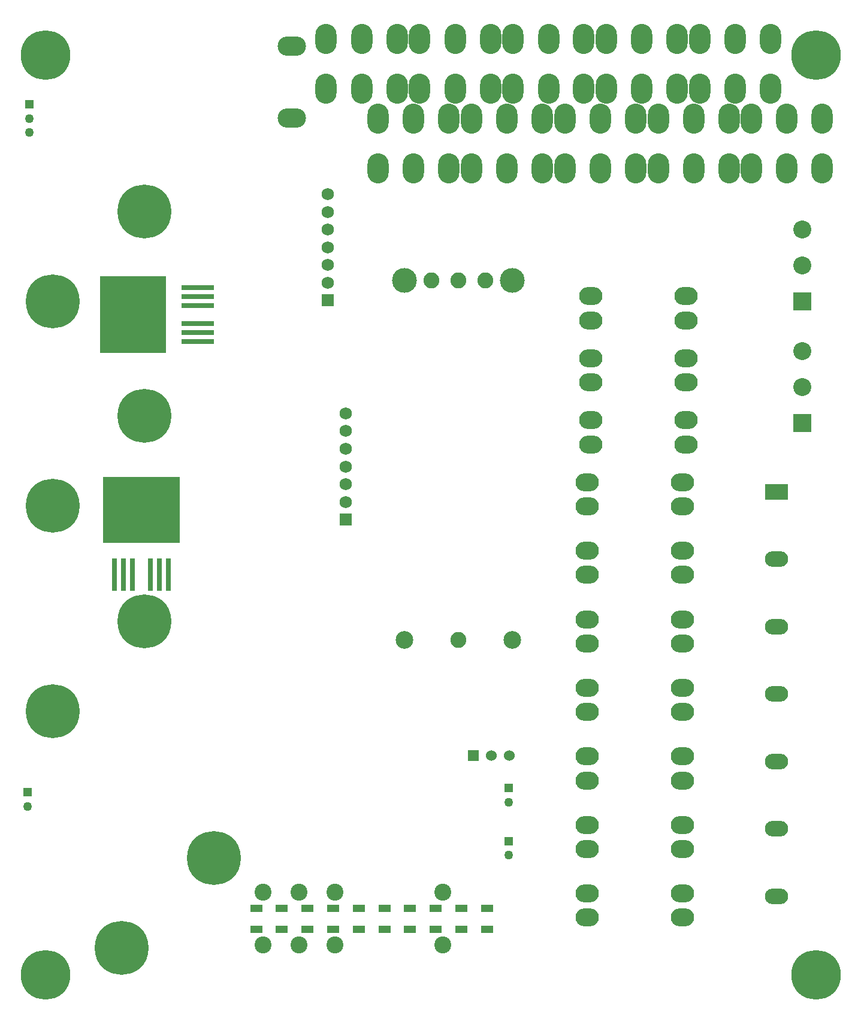
<source format=gbr>
%FSTAX23Y23*%
%MOIN*%
%SFA1B1*%

%IPPOS*%
%ADD23R,0.066929X0.041339*%
%ADD30C,0.100000*%
%ADD31R,0.100000X0.100000*%
%ADD32C,0.050000*%
%ADD33R,0.050000X0.050000*%
%ADD34O,0.130000X0.100000*%
%ADD35R,0.129921X0.086614*%
%ADD36O,0.129921X0.086614*%
%ADD37C,0.094488*%
%ADD38C,0.088583*%
%ADD39C,0.137795*%
%ADD40C,0.098425*%
%ADD41O,0.157480X0.108268*%
%ADD42C,0.060000*%
%ADD43R,0.060000X0.060000*%
%ADD44O,0.118110X0.167323*%
%ADD45C,0.300000*%
%ADD46C,0.068898*%
%ADD47R,0.068898X0.068898*%
%ADD48C,0.275591*%
%ADD51R,0.031496X0.181102*%
%ADD52R,0.425197X0.370079*%
%ADD53R,0.181102X0.031496*%
%ADD54R,0.370079X0.425197*%
%LNpms_board_pads_bot-1*%
%LPD*%
G54D23*
X02653Y01156D03*
Y0104D03*
X0251Y01156D03*
Y0104D03*
X02368Y01156D03*
Y0104D03*
X02225Y01156D03*
Y0104D03*
X02083Y01157D03*
Y01041D03*
X0194Y01156D03*
Y0104D03*
X01797Y01156D03*
Y0104D03*
X01655Y01156D03*
Y0104D03*
X01512Y01156D03*
Y0104D03*
X0137Y01156D03*
Y0104D03*
G54D30*
X04406Y04735D03*
Y04935D03*
X04409Y04058D03*
Y04258D03*
G54D31*
X04406Y04535D03*
X04409Y03858D03*
G54D32*
X02775Y01748D03*
X02775Y01452D03*
X00106Y05472D03*
Y05551D03*
X00098Y01724D03*
G54D33*
X02775Y01826D03*
Y01531D03*
X00106Y05629D03*
X00098Y01803D03*
G54D34*
X03232Y04428D03*
Y04562D03*
X03762Y04428D03*
Y04562D03*
X03232Y04084D03*
Y04218D03*
X03762Y04084D03*
Y04218D03*
X03232Y03738D03*
Y03872D03*
X03762Y03738D03*
Y03872D03*
X0374Y0124D03*
Y01106D03*
X0321Y0124D03*
Y01106D03*
X0374Y01621D03*
Y01487D03*
X0321Y01621D03*
Y01487D03*
X0374Y02383D03*
Y02249D03*
X0321Y02383D03*
Y02249D03*
X0374Y02765D03*
Y02631D03*
X0321Y02765D03*
Y02631D03*
X0374Y03146D03*
Y03012D03*
X0321Y03146D03*
Y03012D03*
Y03393D03*
Y03527D03*
X0374Y03393D03*
Y03527D03*
X0321Y01868D03*
Y02002D03*
X0374Y01868D03*
Y02002D03*
G54D35*
X04263Y03475D03*
G54D36*
X04263Y031D03*
Y02725D03*
Y0235D03*
Y01224D03*
Y01599D03*
Y01974D03*
G54D37*
X01407Y01248D03*
X01807D03*
X01607D03*
X01407Y00953D03*
X01807D03*
X01607D03*
X02407Y01248D03*
Y00953D03*
G54D38*
X02343Y0465D03*
X02643D03*
X02493D03*
Y0265D03*
G54D39*
X02193Y0465D03*
X02793D03*
G54D40*
X02793Y0265D03*
X02193D03*
G54D41*
X01566Y05952D03*
Y05552D03*
G54D42*
X02777Y02007D03*
X02677D03*
G54D43*
X02577Y02007D03*
G54D44*
X04519Y05275D03*
X04322D03*
X04125D03*
Y05551D03*
X04322D03*
X04519D03*
X04232Y05716D03*
X04035D03*
X03838D03*
Y05992D03*
X04035D03*
X04232D03*
X04Y05275D03*
X03803D03*
X03606D03*
Y05551D03*
X03803D03*
X04D03*
X03712Y05716D03*
X03515D03*
X03318D03*
Y05992D03*
X03515D03*
X03712D03*
X0348Y05275D03*
X03283D03*
X03086D03*
Y05551D03*
X03283D03*
X0348D03*
X03192Y05716D03*
X02996D03*
X02799D03*
Y05992D03*
X02996D03*
X03192D03*
X0296Y05275D03*
X02763D03*
X02566D03*
Y05551D03*
X02763D03*
X0296D03*
X02673Y05716D03*
X02476D03*
X02279D03*
Y05992D03*
X02476D03*
X02673D03*
X0244Y05275D03*
X02244D03*
X02047D03*
Y05551D03*
X02244D03*
X0244D03*
X02153Y05716D03*
X01956D03*
X01759D03*
Y05992D03*
X01956D03*
X02153D03*
G54D45*
X00749Y03898D03*
X00237Y03398D03*
X00748Y05035D03*
X00236Y04535D03*
X01134Y01437D03*
X00622Y00937D03*
X00748Y02755D03*
X00236Y02255D03*
G54D46*
X01767Y04736D03*
Y04637D03*
Y04834D03*
Y04933D03*
Y05031D03*
Y05129D03*
X01868Y03517D03*
Y03418D03*
Y03615D03*
Y03714D03*
Y03812D03*
Y03911D03*
G54D47*
X01767Y04539D03*
X01868Y0332D03*
G54D48*
X04484Y05905D03*
Y00787D03*
X00196D03*
Y05905D03*
G54D51*
X00882Y03013D03*
X00832D03*
X00782D03*
X00682D03*
X00632D03*
X00582D03*
G54D52*
X00732Y03374D03*
G54D53*
X01045Y0461D03*
Y0456D03*
Y0451D03*
Y0441D03*
Y0436D03*
Y0431D03*
G54D54*
X00685Y0446D03*
M02*
</source>
